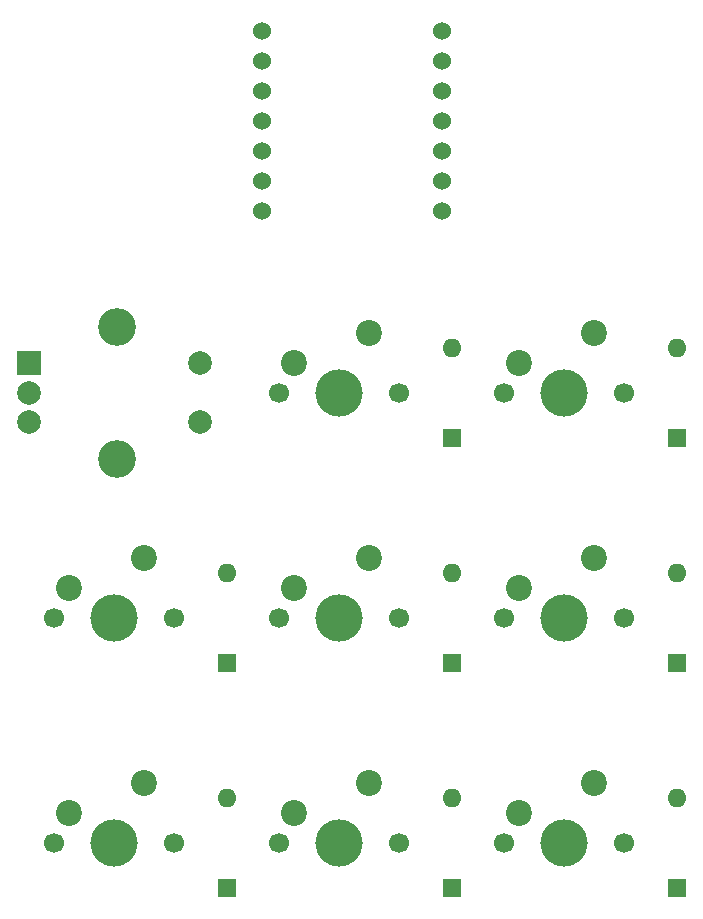
<source format=gbr>
%TF.GenerationSoftware,KiCad,Pcbnew,8.0.8*%
%TF.CreationDate,2025-02-20T21:51:01-07:00*%
%TF.ProjectId,my actual macropad,6d792061-6374-4756-916c-206d6163726f,rev?*%
%TF.SameCoordinates,Original*%
%TF.FileFunction,Soldermask,Bot*%
%TF.FilePolarity,Negative*%
%FSLAX46Y46*%
G04 Gerber Fmt 4.6, Leading zero omitted, Abs format (unit mm)*
G04 Created by KiCad (PCBNEW 8.0.8) date 2025-02-20 21:51:01*
%MOMM*%
%LPD*%
G01*
G04 APERTURE LIST*
%ADD10C,1.524000*%
%ADD11C,1.700000*%
%ADD12C,4.000000*%
%ADD13C,2.200000*%
%ADD14R,2.000000X2.000000*%
%ADD15C,2.000000*%
%ADD16C,3.200000*%
%ADD17R,1.600000X1.600000*%
%ADD18O,1.600000X1.600000*%
G04 APERTURE END LIST*
D10*
%TO.C,U1*%
X124455000Y-71736250D03*
X124455000Y-74276250D03*
X124455000Y-76816250D03*
X124455000Y-79356250D03*
X124455000Y-81896250D03*
X124455000Y-84436250D03*
X124455000Y-86976250D03*
X139695000Y-86976250D03*
X139695000Y-84436250D03*
X139695000Y-81896250D03*
X139695000Y-79356250D03*
X139695000Y-76816250D03*
X139695000Y-74276250D03*
X139695000Y-71736250D03*
%TD*%
D11*
%TO.C,SW9*%
X144938750Y-140493750D03*
D12*
X150018750Y-140493750D03*
D11*
X155098750Y-140493750D03*
D13*
X152558750Y-135413750D03*
X146208750Y-137953750D03*
%TD*%
D11*
%TO.C,SW8*%
X125888750Y-140493750D03*
D12*
X130968750Y-140493750D03*
D11*
X136048750Y-140493750D03*
D13*
X133508750Y-135413750D03*
X127158750Y-137953750D03*
%TD*%
D11*
%TO.C,SW7*%
X106838750Y-140493750D03*
D12*
X111918750Y-140493750D03*
D11*
X116998750Y-140493750D03*
D13*
X114458750Y-135413750D03*
X108108750Y-137953750D03*
%TD*%
D11*
%TO.C,SW6*%
X144938750Y-121443750D03*
D12*
X150018750Y-121443750D03*
D11*
X155098750Y-121443750D03*
D13*
X152558750Y-116363750D03*
X146208750Y-118903750D03*
%TD*%
D11*
%TO.C,SW5*%
X125888750Y-121443750D03*
D12*
X130968750Y-121443750D03*
D11*
X136048750Y-121443750D03*
D13*
X133508750Y-116363750D03*
X127158750Y-118903750D03*
%TD*%
D11*
%TO.C,SW4*%
X144938750Y-102393750D03*
D12*
X150018750Y-102393750D03*
D11*
X155098750Y-102393750D03*
D13*
X152558750Y-97313750D03*
X146208750Y-99853750D03*
%TD*%
D11*
%TO.C,SW3*%
X125888750Y-102393750D03*
D12*
X130968750Y-102393750D03*
D11*
X136048750Y-102393750D03*
D13*
X133508750Y-97313750D03*
X127158750Y-99853750D03*
%TD*%
D11*
%TO.C,SW2*%
X106838750Y-121443750D03*
D12*
X111918750Y-121443750D03*
D11*
X116998750Y-121443750D03*
D13*
X114458750Y-116363750D03*
X108108750Y-118903750D03*
%TD*%
D14*
%TO.C,SW1*%
X104668750Y-99893750D03*
D15*
X104668750Y-104893750D03*
X104668750Y-102393750D03*
D16*
X112168750Y-96793750D03*
X112168750Y-107993750D03*
D15*
X119168750Y-104893750D03*
X119168750Y-99893750D03*
%TD*%
D17*
%TO.C,D11*%
X140493750Y-144303750D03*
D18*
X140493750Y-136683750D03*
%TD*%
D17*
%TO.C,D9*%
X121443750Y-125253750D03*
D18*
X121443750Y-117633750D03*
%TD*%
%TO.C,D6*%
X140493750Y-98583750D03*
D17*
X140493750Y-106203750D03*
%TD*%
%TO.C,D7*%
X159543750Y-125253750D03*
D18*
X159543750Y-117633750D03*
%TD*%
D17*
%TO.C,D5*%
X159543750Y-106203750D03*
D18*
X159543750Y-98583750D03*
%TD*%
D17*
%TO.C,D12*%
X159543750Y-144303750D03*
D18*
X159543750Y-136683750D03*
%TD*%
D17*
%TO.C,D8*%
X140493750Y-125253750D03*
D18*
X140493750Y-117633750D03*
%TD*%
D17*
%TO.C,D10*%
X121443750Y-144303750D03*
D18*
X121443750Y-136683750D03*
%TD*%
M02*

</source>
